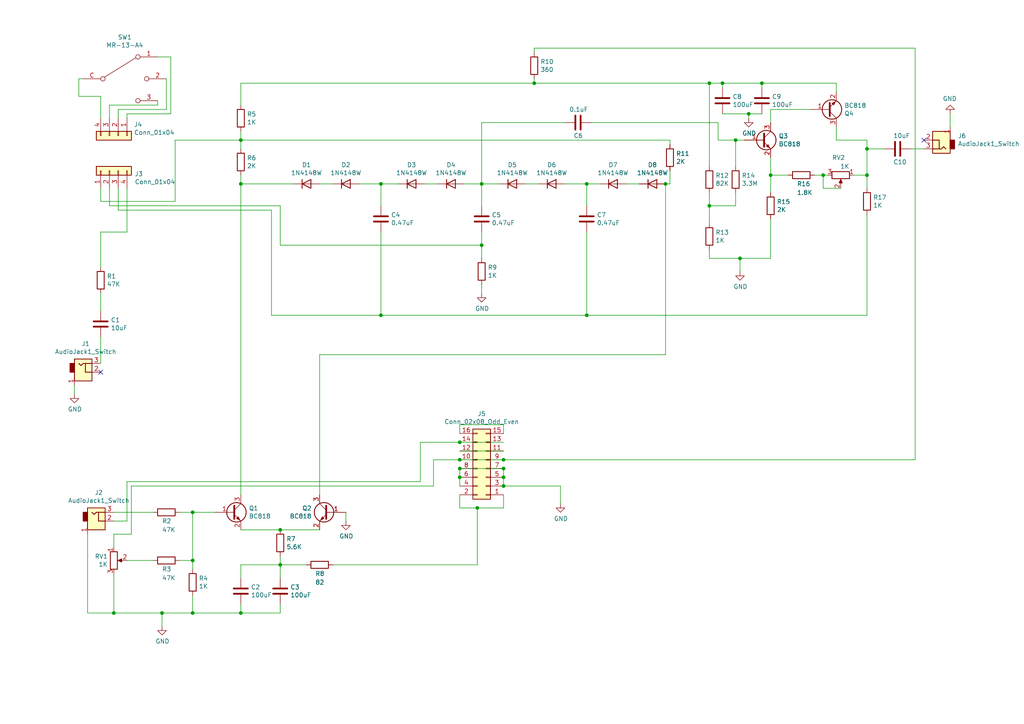
<source format=kicad_sch>
(kicad_sch (version 20211123) (generator eeschema)
  (paper "A4")
  (lib_symbols
    (symbol "Connector_Generic:Conn_01x04" (pin_names (offset 1.016) hide)
      (property "Reference" "J" (at 0 5.08 0))
      (property "Value" "Conn_01x04" (at 0 -7.62 0))
      (symbol "Conn_01x04_1_1"
        (rectangle (start -1.27 -4.953) (end 0 -5.207) (stroke (width 0.1524)))
        (rectangle (start -1.27 -2.413) (end 0 -2.667) (stroke (width 0.1524)))
        (rectangle (start -1.27 0.127) (end 0 -0.127) (stroke (width 0.1524)))
        (rectangle (start -1.27 2.667) (end 0 2.413) (stroke (width 0.1524)))
        (rectangle (start -1.27 3.81) (end 1.27 -6.35) (stroke (width 0.254)) (fill (type background)))
        (pin passive line (at -5.08 2.54 0) (length 3.81) (name "Pin_1") (number "1"))
        (pin passive line (at -5.08 0 0) (length 3.81) (name "Pin_2") (number "2"))
        (pin passive line (at -5.08 -2.54 0) (length 3.81) (name "Pin_3") (number "3"))
        (pin passive line (at -5.08 -5.08 0) (length 3.81) (name "Pin_4") (number "4"))
      )
    )
    (symbol "Connector_Generic:Conn_02x08_Odd_Even" (pin_names (offset 1.016) hide)
      (property "Reference" "J" (at 1.27 10.16 0))
      (property "Value" "Conn_02x08_Odd_Even" (at 1.27 -12.7 0))
      (symbol "Conn_02x08_Odd_Even_1_1"
        (rectangle (start -1.27 -10.033) (end 0 -10.287) (stroke (width 0.1524)))
        (rectangle (start -1.27 -7.493) (end 0 -7.747) (stroke (width 0.1524)))
        (rectangle (start -1.27 -4.953) (end 0 -5.207) (stroke (width 0.1524)))
        (rectangle (start -1.27 -2.413) (end 0 -2.667) (stroke (width 0.1524)))
        (rectangle (start -1.27 0.127) (end 0 -0.127) (stroke (width 0.1524)))
        (rectangle (start -1.27 2.667) (end 0 2.413) (stroke (width 0.1524)))
        (rectangle (start -1.27 5.207) (end 0 4.953) (stroke (width 0.1524)))
        (rectangle (start -1.27 7.747) (end 0 7.493) (stroke (width 0.1524)))
        (rectangle (start -1.27 8.89) (end 3.81 -11.43) (stroke (width 0.254)) (fill (type background)))
        (rectangle (start 3.81 -10.033) (end 2.54 -10.287) (stroke (width 0.1524)))
        (rectangle (start 3.81 -7.493) (end 2.54 -7.747) (stroke (width 0.1524)))
        (rectangle (start 3.81 -4.953) (end 2.54 -5.207) (stroke (width 0.1524)))
        (rectangle (start 3.81 -2.413) (end 2.54 -2.667) (stroke (width 0.1524)))
        (rectangle (start 3.81 0.127) (end 2.54 -0.127) (stroke (width 0.1524)))
        (rectangle (start 3.81 2.667) (end 2.54 2.413) (stroke (width 0.1524)))
        (rectangle (start 3.81 5.207) (end 2.54 4.953) (stroke (width 0.1524)))
        (rectangle (start 3.81 7.747) (end 2.54 7.493) (stroke (width 0.1524)))
        (pin passive line (at -5.08 7.62 0) (length 3.81) (name "Pin_1") (number "1"))
        (pin passive line (at 7.62 -2.54 180) (length 3.81) (name "Pin_10") (number "10"))
        (pin passive line (at -5.08 -5.08 0) (length 3.81) (name "Pin_11") (number "11"))
        (pin passive line (at 7.62 -5.08 180) (length 3.81) (name "Pin_12") (number "12"))
        (pin passive line (at -5.08 -7.62 0) (length 3.81) (name "Pin_13") (number "13"))
        (pin passive line (at 7.62 -7.62 180) (length 3.81) (name "Pin_14") (number "14"))
        (pin passive line (at -5.08 -10.16 0) (length 3.81) (name "Pin_15") (number "15"))
        (pin passive line (at 7.62 -10.16 180) (length 3.81) (name "Pin_16") (number "16"))
        (pin passive line (at 7.62 7.62 180) (length 3.81) (name "Pin_2") (number "2"))
        (pin passive line (at -5.08 5.08 0) (length 3.81) (name "Pin_3") (number "3"))
        (pin passive line (at 7.62 5.08 180) (length 3.81) (name "Pin_4") (number "4"))
        (pin passive line (at -5.08 2.54 0) (length 3.81) (name "Pin_5") (number "5"))
        (pin passive line (at 7.62 2.54 180) (length 3.81) (name "Pin_6") (number "6"))
        (pin passive line (at -5.08 0 0) (length 3.81) (name "Pin_7") (number "7"))
        (pin passive line (at 7.62 0 180) (length 3.81) (name "Pin_8") (number "8"))
        (pin passive line (at -5.08 -2.54 0) (length 3.81) (name "Pin_9") (number "9"))
      )
    )
    (symbol "Custom_Lib:AudioJack1_Switch"
      (property "Reference" "J" (at 0 8.89 0))
      (property "Value" "Custom_Lib_AudioJack1_Switch" (at 0 6.35 0))
      (symbol "AudioJack1_Switch_0_1"
        (rectangle (start -2.54 0) (end -3.81 2.54) (stroke (width 0.254)) (fill (type outline)))
        (polyline (pts (xy 0.635 2.54) (xy 0.635 0) (xy 2.54 0)) (stroke (width 0.254)))
        (polyline (pts (xy -1.27 2.54) (xy -0.635 1.905) (xy 0 2.54) (xy 2.54 2.54)) (stroke (width 0.254)))
        (rectangle (start 2.54 3.81) (end -2.54 -2.54) (stroke (width 0.254)) (fill (type background)))
      )
      (symbol "AudioJack1_Switch_1_1"
        (pin passive line (at -2.54 -3.81 90) (length 2.54) (name "~") (number "1"))
        (pin passive line (at 5.08 0 180) (length 2.54) (name "~") (number "2"))
        (pin passive line (at 5.08 2.54 180) (length 2.54) (name "~") (number "3"))
      )
    )
    (symbol "Custom_Lib:MR-13-A4" (pin_names (offset 1.016))
      (property "Reference" "SW" (at 0 6.35 0))
      (property "Value" "Custom_Lib_MR-13-A4" (at 0 -8.89 0))
      (symbol "MR-13-A4_0_1"
        (circle (center -5.715 0) (radius 0.635))
        (polyline (pts (xy -5.207 0.508) (xy 3.81 6.096)))
        (circle (center 4.445 -6.35) (radius 0.635))
        (circle (center 4.445 6.35) (radius 0.635))
        (circle (center 6.985 0) (radius 0.635))
      )
      (symbol "MR-13-A4_1_1"
        (pin passive line (at 10.16 6.35 180) (length 5.08) (name "~") (number "1"))
        (pin passive line (at 12.7 0 180) (length 5.08) (name "~") (number "2"))
        (pin passive line (at 10.16 -6.35 180) (length 5.08) (name "~") (number "3"))
        (pin passive line (at -11.43 0 0) (length 5.08) (name "~") (number "C"))
      )
    )
    (symbol "Device:C" (pin_numbers hide) (pin_names (offset 0.254))
      (property "Reference" "C" (at 0.635 2.54 0))
      (property "Value" "C" (at 0.635 -2.54 0))
      (symbol "C_0_1"
        (polyline (pts (xy -2.032 -0.762) (xy 2.032 -0.762)) (stroke (width 0.508)))
        (polyline (pts (xy -2.032 0.762) (xy 2.032 0.762)) (stroke (width 0.508)))
      )
      (symbol "C_1_1"
        (pin passive line (at 0 3.81 270) (length 2.794) (name "~") (number "1"))
        (pin passive line (at 0 -3.81 90) (length 2.794) (name "~") (number "2"))
      )
    )
    (symbol "Device:R" (pin_numbers hide) (pin_names (offset 0))
      (property "Reference" "R" (at 2.032 0 90))
      (property "Value" "R" (at 0 0 90))
      (symbol "R_0_1"
        (rectangle (start -1.016 -2.54) (end 1.016 2.54) (stroke (width 0.254)))
      )
      (symbol "R_1_1"
        (pin passive line (at 0 3.81 270) (length 1.27) (name "~") (number "1"))
        (pin passive line (at 0 -3.81 90) (length 1.27) (name "~") (number "2"))
      )
    )
    (symbol "Device:R_POT" (pin_names (offset 1.016) hide)
      (property "Reference" "RV" (at -4.445 0 90))
      (property "Value" "Device_R_POT" (at -2.54 0 90))
      (symbol "R_POT_0_1"
        (polyline (pts (xy 2.54 0) (xy 1.524 0)))
        (polyline (pts (xy 1.143 0) (xy 2.286 0.508) (xy 2.286 -0.508) (xy 1.143 0)) (fill (type outline)))
        (rectangle (start 1.016 2.54) (end -1.016 -2.54) (stroke (width 0.254)))
      )
      (symbol "R_POT_1_1"
        (pin passive line (at 0 3.81 270) (length 1.27) (name "1") (number "1"))
        (pin passive line (at 3.81 0 180) (length 1.27) (name "2") (number "2"))
        (pin passive line (at 0 -3.81 90) (length 1.27) (name "3") (number "3"))
      )
    )
    (symbol "Diode:1N4148W" (pin_numbers hide) (pin_names (offset 1.016) hide)
      (property "Reference" "D" (at 0 2.54 0))
      (property "Value" "1N4148W" (at 0 -2.54 0))
      (symbol "1N4148W_0_1"
        (polyline (pts (xy -1.27 1.27) (xy -1.27 -1.27)) (stroke (width 0.254)))
        (polyline (pts (xy 1.27 0) (xy -1.27 0)))
        (polyline (pts (xy 1.27 1.27) (xy 1.27 -1.27) (xy -1.27 0) (xy 1.27 1.27)) (stroke (width 0.254)))
      )
      (symbol "1N4148W_1_1"
        (pin passive line (at -3.81 0 0) (length 2.54) (name "K") (number "1"))
        (pin passive line (at 3.81 0 180) (length 2.54) (name "A") (number "2"))
      )
    )
    (symbol "Transistor_BJT:BC818" (pin_names (offset 0) hide)
      (property "Reference" "Q" (at 5.08 1.905 0))
      (property "Value" "BC818" (at 5.08 0 0))
      (symbol "BC818_0_1"
        (polyline (pts (xy 0.635 0.635) (xy 2.54 2.54)))
        (polyline (pts (xy 0.635 -0.635) (xy 2.54 -2.54) (xy 2.54 -2.54)))
        (polyline (pts (xy 0.635 1.905) (xy 0.635 -1.905) (xy 0.635 -1.905)) (stroke (width 0.508)))
        (polyline (pts (xy 1.27 -1.778) (xy 1.778 -1.27) (xy 2.286 -2.286) (xy 1.27 -1.778) (xy 1.27 -1.778)) (fill (type outline)))
        (circle (center 1.27 0) (radius 2.8194) (stroke (width 0.254)))
      )
      (symbol "BC818_1_1"
        (pin input line (at -5.08 0 0) (length 5.715) (name "B") (number "1"))
        (pin passive line (at 2.54 -5.08 90) (length 2.54) (name "E") (number "2"))
        (pin passive line (at 2.54 5.08 270) (length 2.54) (name "C") (number "3"))
      )
    )
    (symbol "power:GND" (power) (pin_names (offset 0))
      (property "Value" "GND" (at 0 -3.81 0))
      (symbol "GND_0_1"
        (polyline (pts (xy 0 0) (xy 0 -1.27) (xy 1.27 -1.27) (xy 0 -2.54) (xy -1.27 -1.27) (xy 0 -1.27)))
      )
      (symbol "GND_1_1"
        (pin power_in line (at 0 0 270) (length 0) hide (name "GND") (number "1"))
      )
    )
  )
  (junction (at 55.88 162.56))
  (junction (at 217.17 33.02))
  (junction (at 138.43 147.32))
  (junction (at 55.88 177.8))
  (junction (at 251.46 50.8))
  (junction (at 46.99 177.8))
  (junction (at 213.36 40.64))
  (junction (at 69.85 177.8))
  (junction (at 205.74 59.69))
  (junction (at 139.7 71.12))
  (junction (at 110.49 53.34))
  (junction (at 220.98 24.13))
  (junction (at 69.85 40.64))
  (junction (at 81.28 163.83))
  (junction (at 133.35 128.27))
  (junction (at 33.02 177.8))
  (junction (at 146.05 140.97))
  (junction (at 193.04 53.34))
  (junction (at 133.35 133.35))
  (junction (at 238.76 50.8))
  (junction (at 251.46 43.18))
  (junction (at 55.88 148.59))
  (junction (at 205.74 24.13))
  (junction (at 110.49 91.44))
  (junction (at 214.63 74.93))
  (junction (at 170.18 91.44))
  (junction (at 146.05 133.35))
  (junction (at 133.35 138.43))
  (junction (at 139.7 53.34))
  (junction (at 146.05 138.43))
  (junction (at 154.94 24.13))
  (junction (at 133.35 135.89))
  (junction (at 223.52 50.8))
  (junction (at 170.18 53.34))
  (junction (at 209.55 24.13))
  (junction (at 81.28 153.67))
  (junction (at 69.85 53.34))
  (junction (at 146.05 135.89))
  (no_connect (at 29.21 107.95))
  (no_connect (at 267.97 40.64))
  (wire (pts (xy 69.85 30.48) (xy 69.85 24.13)))
  (wire (pts (xy 205.74 59.69) (xy 205.74 64.77)))
  (wire (pts (xy 223.52 31.75) (xy 223.52 35.56)))
  (wire (pts (xy 88.9 163.83) (xy 81.28 163.83)))
  (wire (pts (xy 33.02 154.94) (xy 33.02 158.75)))
  (wire (pts (xy 133.35 123.19) (xy 146.05 123.19)))
  (wire (pts (xy 220.98 25.4) (xy 220.98 24.13)))
  (wire (pts (xy 146.05 133.35) (xy 265.43 133.35)))
  (wire (pts (xy 251.46 43.18) (xy 251.46 50.8)))
  (wire (pts (xy 243.84 54.61) (xy 238.76 54.61)))
  (wire (pts (xy 213.36 55.88) (xy 213.36 59.69)))
  (wire (pts (xy 208.28 40.64) (xy 213.36 40.64)))
  (wire (pts (xy 69.85 153.67) (xy 81.28 153.67)))
  (wire (pts (xy 238.76 50.8) (xy 240.03 50.8)))
  (wire (pts (xy 156.21 53.34) (xy 152.4 53.34)))
  (wire (pts (xy 69.85 50.8) (xy 69.85 53.34)))
  (wire (pts (xy 267.97 43.18) (xy 264.16 43.18)))
  (wire (pts (xy 220.98 33.02) (xy 217.17 33.02)))
  (wire (pts (xy 85.09 53.34) (xy 69.85 53.34)))
  (wire (pts (xy 134.62 53.34) (xy 139.7 53.34)))
  (wire (pts (xy 78.74 60.96) (xy 34.29 60.96)))
  (wire (pts (xy 81.28 163.83) (xy 81.28 167.64)))
  (wire (pts (xy 133.35 135.89) (xy 133.35 138.43)))
  (wire (pts (xy 139.7 71.12) (xy 139.7 74.93)))
  (wire (pts (xy 110.49 53.34) (xy 110.49 59.69)))
  (wire (pts (xy 29.21 77.47) (xy 29.21 67.31)))
  (wire (pts (xy 69.85 167.64) (xy 69.85 163.83)))
  (wire (pts (xy 55.88 165.1) (xy 55.88 162.56)))
  (wire (pts (xy 146.05 138.43) (xy 146.05 140.97)))
  (wire (pts (xy 22.86 27.94) (xy 22.86 22.86)))
  (wire (pts (xy 265.43 13.97) (xy 154.94 13.97)))
  (wire (pts (xy 100.33 148.59) (xy 100.33 151.13)))
  (wire (pts (xy 33.02 148.59) (xy 44.45 148.59)))
  (wire (pts (xy 69.85 163.83) (xy 81.28 163.83)))
  (wire (pts (xy 133.35 135.89) (xy 146.05 135.89)))
  (wire (pts (xy 247.65 50.8) (xy 251.46 50.8)))
  (wire (pts (xy 138.43 147.32) (xy 133.35 147.32)))
  (wire (pts (xy 55.88 177.8) (xy 55.88 172.72)))
  (wire (pts (xy 33.02 177.8) (xy 46.99 177.8)))
  (wire (pts (xy 138.43 163.83) (xy 138.43 147.32)))
  (wire (pts (xy 238.76 54.61) (xy 238.76 50.8)))
  (wire (pts (xy 125.73 133.35) (xy 125.73 140.97)))
  (wire (pts (xy 265.43 133.35) (xy 265.43 13.97)))
  (wire (pts (xy 242.57 40.64) (xy 251.46 40.64)))
  (wire (pts (xy 205.74 55.88) (xy 205.74 59.69)))
  (wire (pts (xy 163.83 53.34) (xy 170.18 53.34)))
  (wire (pts (xy 139.7 85.09) (xy 139.7 82.55)))
  (wire (pts (xy 29.21 34.29) (xy 29.21 27.94)))
  (wire (pts (xy 29.21 58.42) (xy 29.21 54.61)))
  (wire (pts (xy 217.17 33.02) (xy 217.17 34.29)))
  (wire (pts (xy 139.7 53.34) (xy 144.78 53.34)))
  (wire (pts (xy 236.22 50.8) (xy 238.76 50.8)))
  (wire (pts (xy 228.6 50.8) (xy 223.52 50.8)))
  (wire (pts (xy 133.35 133.35) (xy 125.73 133.35)))
  (wire (pts (xy 125.73 140.97) (xy 38.1 140.97)))
  (wire (pts (xy 146.05 140.97) (xy 162.56 140.97)))
  (wire (pts (xy 133.35 128.27) (xy 121.92 128.27)))
  (wire (pts (xy 55.88 162.56) (xy 55.88 148.59)))
  (wire (pts (xy 49.53 16.51) (xy 49.53 33.02)))
  (wire (pts (xy 146.05 143.51) (xy 146.05 147.32)))
  (wire (pts (xy 121.92 128.27) (xy 121.92 139.7)))
  (wire (pts (xy 92.71 53.34) (xy 96.52 53.34)))
  (wire (pts (xy 170.18 53.34) (xy 173.99 53.34)))
  (wire (pts (xy 31.75 30.48) (xy 31.75 34.29)))
  (wire (pts (xy 81.28 59.69) (xy 31.75 59.69)))
  (wire (pts (xy 251.46 91.44) (xy 170.18 91.44)))
  (wire (pts (xy 44.45 162.56) (xy 36.83 162.56)))
  (wire (pts (xy 96.52 163.83) (xy 138.43 163.83)))
  (wire (pts (xy 78.74 60.96) (xy 78.74 91.44)))
  (wire (pts (xy 209.55 33.02) (xy 217.17 33.02)))
  (wire (pts (xy 146.05 123.19) (xy 146.05 125.73)))
  (wire (pts (xy 38.1 140.97) (xy 38.1 154.94)))
  (wire (pts (xy 146.05 147.32) (xy 138.43 147.32)))
  (wire (pts (xy 69.85 40.64) (xy 50.8 40.64)))
  (wire (pts (xy 275.59 36.83) (xy 275.59 33.02)))
  (wire (pts (xy 45.72 30.48) (xy 31.75 30.48)))
  (wire (pts (xy 205.74 48.26) (xy 205.74 24.13)))
  (wire (pts (xy 104.14 53.34) (xy 110.49 53.34)))
  (wire (pts (xy 69.85 53.34) (xy 69.85 143.51)))
  (wire (pts (xy 133.35 138.43) (xy 133.35 140.97)))
  (wire (pts (xy 163.83 35.56) (xy 139.7 35.56)))
  (wire (pts (xy 251.46 50.8) (xy 251.46 54.61)))
  (wire (pts (xy 29.21 105.41) (xy 29.21 97.79)))
  (wire (pts (xy 81.28 175.26) (xy 81.28 177.8)))
  (wire (pts (xy 162.56 140.97) (xy 162.56 146.05)))
  (wire (pts (xy 139.7 59.69) (xy 139.7 53.34)))
  (wire (pts (xy 133.35 125.73) (xy 133.35 123.19)))
  (wire (pts (xy 194.31 49.53) (xy 194.31 53.34)))
  (wire (pts (xy 146.05 128.27) (xy 133.35 128.27)))
  (wire (pts (xy 214.63 78.74) (xy 214.63 74.93)))
  (wire (pts (xy 81.28 59.69) (xy 81.28 71.12)))
  (wire (pts (xy 52.07 148.59) (xy 55.88 148.59)))
  (wire (pts (xy 36.83 67.31) (xy 36.83 54.61)))
  (wire (pts (xy 92.71 153.67) (xy 81.28 153.67)))
  (wire (pts (xy 21.59 111.76) (xy 21.59 114.3)))
  (wire (pts (xy 121.92 139.7) (xy 36.83 139.7)))
  (wire (pts (xy 223.52 45.72) (xy 223.52 50.8)))
  (wire (pts (xy 46.99 177.8) (xy 46.99 181.61)))
  (wire (pts (xy 133.35 133.35) (xy 146.05 133.35)))
  (wire (pts (xy 154.94 22.86) (xy 154.94 24.13)))
  (wire (pts (xy 48.26 22.86) (xy 48.26 31.75)))
  (wire (pts (xy 22.86 22.86) (xy 24.13 22.86)))
  (wire (pts (xy 194.31 53.34) (xy 193.04 53.34)))
  (wire (pts (xy 52.07 162.56) (xy 55.88 162.56)))
  (wire (pts (xy 25.4 154.94) (xy 25.4 177.8)))
  (wire (pts (xy 45.72 16.51) (xy 49.53 16.51)))
  (wire (pts (xy 213.36 59.69) (xy 205.74 59.69)))
  (wire (pts (xy 50.8 58.42) (xy 29.21 58.42)))
  (wire (pts (xy 81.28 177.8) (xy 69.85 177.8)))
  (wire (pts (xy 205.74 74.93) (xy 214.63 74.93)))
  (wire (pts (xy 33.02 166.37) (xy 33.02 177.8)))
  (wire (pts (xy 36.83 139.7) (xy 36.83 151.13)))
  (wire (pts (xy 34.29 31.75) (xy 34.29 34.29)))
  (wire (pts (xy 69.85 38.1) (xy 69.85 40.64)))
  (wire (pts (xy 110.49 67.31) (xy 110.49 91.44)))
  (wire (pts (xy 34.29 60.96) (xy 34.29 54.61)))
  (wire (pts (xy 205.74 72.39) (xy 205.74 74.93)))
  (wire (pts (xy 69.85 24.13) (xy 154.94 24.13)))
  (wire (pts (xy 194.31 41.91) (xy 194.31 40.64)))
  (wire (pts (xy 46.99 177.8) (xy 55.88 177.8)))
  (wire (pts (xy 36.83 151.13) (xy 33.02 151.13)))
  (wire (pts (xy 123.19 53.34) (xy 127 53.34)))
  (wire (pts (xy 242.57 36.83) (xy 242.57 40.64)))
  (wire (pts (xy 69.85 177.8) (xy 55.88 177.8)))
  (wire (pts (xy 146.05 135.89) (xy 146.05 138.43)))
  (wire (pts (xy 49.53 33.02) (xy 36.83 33.02)))
  (wire (pts (xy 208.28 35.56) (xy 208.28 40.64)))
  (wire (pts (xy 213.36 40.64) (xy 215.9 40.64)))
  (wire (pts (xy 45.72 29.21) (xy 45.72 30.48)))
  (wire (pts (xy 234.95 31.75) (xy 223.52 31.75)))
  (wire (pts (xy 256.54 43.18) (xy 251.46 43.18)))
  (wire (pts (xy 251.46 62.23) (xy 251.46 91.44)))
  (wire (pts (xy 48.26 31.75) (xy 34.29 31.75)))
  (wire (pts (xy 29.21 27.94) (xy 22.86 27.94)))
  (wire (pts (xy 92.71 143.51) (xy 92.71 102.87)))
  (wire (pts (xy 223.52 50.8) (xy 223.52 55.88)))
  (wire (pts (xy 31.75 59.69) (xy 31.75 54.61)))
  (wire (pts (xy 154.94 24.13) (xy 205.74 24.13)))
  (wire (pts (xy 133.35 147.32) (xy 133.35 143.51)))
  (wire (pts (xy 50.8 40.64) (xy 50.8 58.42)))
  (wire (pts (xy 38.1 154.94) (xy 33.02 154.94)))
  (wire (pts (xy 69.85 175.26) (xy 69.85 177.8)))
  (wire (pts (xy 133.35 130.81) (xy 146.05 130.81)))
  (wire (pts (xy 209.55 24.13) (xy 220.98 24.13)))
  (wire (pts (xy 251.46 40.64) (xy 251.46 43.18)))
  (wire (pts (xy 55.88 148.59) (xy 62.23 148.59)))
  (wire (pts (xy 29.21 90.17) (xy 29.21 85.09)))
  (wire (pts (xy 25.4 177.8) (xy 33.02 177.8)))
  (wire (pts (xy 139.7 67.31) (xy 139.7 71.12)))
  (wire (pts (xy 209.55 25.4) (xy 209.55 24.13)))
  (wire (pts (xy 139.7 35.56) (xy 139.7 53.34)))
  (wire (pts (xy 69.85 40.64) (xy 69.85 43.18)))
  (wire (pts (xy 78.74 91.44) (xy 110.49 91.44)))
  (wire (pts (xy 110.49 91.44) (xy 170.18 91.44)))
  (wire (pts (xy 213.36 48.26) (xy 213.36 40.64)))
  (wire (pts (xy 185.42 53.34) (xy 181.61 53.34)))
  (wire (pts (xy 194.31 40.64) (xy 69.85 40.64)))
  (wire (pts (xy 220.98 24.13) (xy 242.57 24.13)))
  (wire (pts (xy 242.57 24.13) (xy 242.57 26.67)))
  (wire (pts (xy 214.63 74.93) (xy 223.52 74.93)))
  (wire (pts (xy 36.83 33.02) (xy 36.83 34.29)))
  (wire (pts (xy 29.21 67.31) (xy 36.83 67.31)))
  (wire (pts (xy 81.28 71.12) (xy 139.7 71.12)))
  (wire (pts (xy 205.74 24.13) (xy 209.55 24.13)))
  (wire (pts (xy 110.49 53.34) (xy 115.57 53.34)))
  (wire (pts (xy 170.18 91.44) (xy 170.18 67.31)))
  (wire (pts (xy 92.71 102.87) (xy 193.04 102.87)))
  (wire (pts (xy 171.45 35.56) (xy 208.28 35.56)))
  (wire (pts (xy 154.94 13.97) (xy 154.94 15.24)))
  (wire (pts (xy 170.18 59.69) (xy 170.18 53.34)))
  (wire (pts (xy 81.28 161.29) (xy 81.28 163.83)))
  (wire (pts (xy 223.52 74.93) (xy 223.52 63.5)))
  (wire (pts (xy 193.04 102.87) (xy 193.04 53.34)))
  (symbol (lib_id "Transistor_BJT:BC818") (at 220.98 40.64 0) (unit 1)
    (property "Reference" "Q3" (at 225.8314 39.4716 0) (effects (justify left)))
    (property "Value" "BC818" (at 225.8314 41.783 0) (effects (justify left)))
    (property "Footprint" "TO_SOT_Packages_SMD:SOT-23" (effects hide))
    (property "Datasheet" "https://www.fairchildsemi.com/datasheets/BC/BC818.pdf" (effects hide))
  )
  (symbol (lib_id "Transistor_BJT:BC818") (at 67.31 148.59 0) (unit 1)
    (property "Reference" "Q1" (at 72.1614 147.4216 0) (effects (justify left)))
    (property "Value" "BC818" (at 72.1614 149.733 0) (effects (justify left)))
    (property "Footprint" "TO_SOT_Packages_SMD:SOT-23" (effects hide))
    (property "Datasheet" "https://www.fairchildsemi.com/datasheets/BC/BC818.pdf" (effects hide))
  )
  (symbol (lib_id "Transistor_BJT:BC818") (at 240.03 31.75 0) (mirror x) (unit 1)
    (property "Reference" "Q4" (at 244.8814 32.9184 0) (effects (justify left)))
    (property "Value" "BC818" (at 244.8814 30.607 0) (effects (justify left)))
    (property "Footprint" "TO_SOT_Packages_SMD:SOT-23" (effects hide))
    (property "Datasheet" "https://www.fairchildsemi.com/datasheets/BC/BC818.pdf" (effects hide))
  )
  (symbol (lib_id "Transistor_BJT:BC818") (at 95.25 148.59 0) (mirror y) (unit 1)
    (property "Reference" "Q2" (at 90.3986 147.4216 0) (effects (justify left)))
    (property "Value" "BC818" (at 90.3986 149.733 0) (effects (justify left)))
    (property "Footprint" "TO_SOT_Packages_SMD:SOT-23" (effects hide))
    (property "Datasheet" "https://www.fairchildsemi.com/datasheets/BC/BC818.pdf" (effects hide))
  )
  (symbol (lib_id "Diode:1N4148W") (at 148.59 53.34 0) (unit 1)
    (property "Reference" "D5" (at 148.59 47.8282 0))
    (property "Value" "1N4148W" (at 148.59 50.1396 0))
    (property "Footprint" "Diodes_SMD:D_SOD-123" (effects hide))
    (property "Datasheet" "https://www.vishay.com/docs/85748/1n4148w.pdf" (effects hide))
  )
  (symbol (lib_id "Diode:1N4148W") (at 177.8 53.34 0) (unit 1)
    (property "Reference" "D7" (at 177.8 47.8282 0))
    (property "Value" "1N4148W" (at 177.8 50.1396 0))
    (property "Footprint" "Diodes_SMD:D_SOD-123" (effects hide))
    (property "Datasheet" "https://www.vishay.com/docs/85748/1n4148w.pdf" (effects hide))
  )
  (symbol (lib_id "Diode:1N4148W") (at 119.38 53.34 0) (unit 1)
    (property "Reference" "D3" (at 119.38 47.8282 0))
    (property "Value" "1N4148W" (at 119.38 50.1396 0))
    (property "Footprint" "Diodes_SMD:D_SOD-123" (effects hide))
    (property "Datasheet" "https://www.vishay.com/docs/85748/1n4148w.pdf" (effects hide))
  )
  (symbol (lib_id "Diode:1N4148W") (at 88.9 53.34 0) (unit 1)
    (property "Reference" "D1" (at 88.9 47.8282 0))
    (property "Value" "1N4148W" (at 88.9 50.1396 0))
    (property "Footprint" "Diodes_SMD:D_SOD-123" (effects hide))
    (property "Datasheet" "https://www.vishay.com/docs/85748/1n4148w.pdf" (effects hide))
  )
  (symbol (lib_id "Diode:1N4148W") (at 189.23 53.34 0) (unit 1)
    (property "Reference" "D8" (at 189.23 47.8282 0))
    (property "Value" "1N4148W" (at 189.23 50.1396 0))
    (property "Footprint" "Diodes_SMD:D_SOD-123" (effects hide))
    (property "Datasheet" "https://www.vishay.com/docs/85748/1n4148w.pdf" (effects hide))
  )
  (symbol (lib_id "Diode:1N4148W") (at 160.02 53.34 0) (unit 1)
    (property "Reference" "D6" (at 160.02 47.8282 0))
    (property "Value" "1N4148W" (at 160.02 50.1396 0))
    (property "Footprint" "Diodes_SMD:D_SOD-123" (effects hide))
    (property "Datasheet" "https://www.vishay.com/docs/85748/1n4148w.pdf" (effects hide))
  )
  (symbol (lib_id "Diode:1N4148W") (at 130.81 53.34 0) (unit 1)
    (property "Reference" "D4" (at 130.81 47.8282 0))
    (property "Value" "1N4148W" (at 130.81 50.1396 0))
    (property "Footprint" "Diodes_SMD:D_SOD-123" (effects hide))
    (property "Datasheet" "https://www.vishay.com/docs/85748/1n4148w.pdf" (effects hide))
  )
  (symbol (lib_id "Diode:1N4148W") (at 100.33 53.34 0) (unit 1)
    (property "Reference" "D2" (at 100.33 47.8282 0))
    (property "Value" "1N4148W" (at 100.33 50.1396 0))
    (property "Footprint" "Diodes_SMD:D_SOD-123" (effects hide))
    (property "Datasheet" "https://www.vishay.com/docs/85748/1n4148w.pdf" (effects hide))
  )
  (symbol (lib_id "Device:R_POT") (at 33.02 162.56 0) (unit 1)
    (property "Reference" "RV1" (at 31.2674 161.3916 0) (effects (justify right)))
    (property "Value" "1K" (at 31.2674 163.703 0) (effects (justify right)))
    (property "Footprint" "Potentiometers:Potentiometer_Bourns_PTV09A-2_Vertical" (effects hide))
  )
  (symbol (lib_id "Device:R_POT") (at 243.84 50.8 270) (unit 1)
    (property "Reference" "RV2" (at 245.11 45.72 90) (effects (justify right)))
    (property "Value" "1K" (at 246.38 48.26 90) (effects (justify right)))
    (property "Footprint" "Potentiometers:Potentiometer_Bourns_PTV09A-2_Vertical" (effects hide))
  )
  (symbol (lib_id "Device:C") (at 29.21 93.98 0) (unit 1)
    (property "Reference" "C1" (at 32.131 92.8116 0) (effects (justify left)))
    (property "Value" "10uF" (at 32.131 95.123 0) (effects (justify left)))
    (property "Footprint" "Capacitors_SMD:C_1210_HandSoldering" (effects hide))
  )
  (symbol (lib_id "Device:C") (at 81.28 171.45 0) (unit 1)
    (property "Reference" "C3" (at 84.201 170.2816 0) (effects (justify left)))
    (property "Value" "100uF" (at 84.201 172.593 0) (effects (justify left)))
    (property "Footprint" "Capacitors_SMD:C_1210_HandSoldering" (effects hide))
  )
  (symbol (lib_id "Device:C") (at 110.49 63.5 0) (unit 1)
    (property "Reference" "C4" (at 113.411 62.3316 0) (effects (justify left)))
    (property "Value" "0.47uF" (at 113.411 64.643 0) (effects (justify left)))
    (property "Footprint" "Capacitors_SMD:C_1210_HandSoldering" (effects hide))
  )
  (symbol (lib_id "Device:C") (at 139.7 63.5 0) (unit 1)
    (property "Reference" "C5" (at 142.621 62.3316 0) (effects (justify left)))
    (property "Value" "0.47uF" (at 142.621 64.643 0) (effects (justify left)))
    (property "Footprint" "Capacitors_SMD:C_1210_HandSoldering" (effects hide))
  )
  (symbol (lib_id "Device:C") (at 170.18 63.5 0) (unit 1)
    (property "Reference" "C7" (at 173.101 62.3316 0) (effects (justify left)))
    (property "Value" "0.47uF" (at 173.101 64.643 0) (effects (justify left)))
    (property "Footprint" "Capacitors_SMD:C_1210_HandSoldering" (effects hide))
  )
  (symbol (lib_id "Device:C") (at 167.64 35.56 270) (unit 1)
    (property "Reference" "C6" (at 166.37 39.37 90) (effects (justify left)))
    (property "Value" "0.1uF" (at 165.1 31.75 90) (effects (justify left)))
    (property "Footprint" "Capacitors_SMD:C_1210_HandSoldering" (effects hide))
  )
  (symbol (lib_id "Device:C") (at 209.55 29.21 0) (unit 1)
    (property "Reference" "C8" (at 212.471 28.0416 0) (effects (justify left)))
    (property "Value" "100uF" (at 212.471 30.353 0) (effects (justify left)))
    (property "Footprint" "Capacitors_SMD:C_1210_HandSoldering" (effects hide))
  )
  (symbol (lib_id "Device:R") (at 29.21 81.28 0) (unit 1)
    (property "Reference" "R1" (at 30.988 80.1116 0) (effects (justify left)))
    (property "Value" "47K" (at 30.988 82.423 0) (effects (justify left)))
    (property "Footprint" "Resistors_SMD:R_1210_HandSoldering" (effects hide))
  )
  (symbol (lib_id "Device:R") (at 139.7 78.74 0) (unit 1)
    (property "Reference" "R9" (at 141.478 77.5716 0) (effects (justify left)))
    (property "Value" "1K" (at 141.478 79.883 0) (effects (justify left)))
    (property "Footprint" "Resistors_SMD:R_1210_HandSoldering" (effects hide))
  )
  (symbol (lib_id "Device:R") (at 69.85 34.29 0) (unit 1)
    (property "Reference" "R5" (at 71.628 33.1216 0) (effects (justify left)))
    (property "Value" "1K" (at 71.628 35.433 0) (effects (justify left)))
    (property "Footprint" "Resistors_SMD:R_1210_HandSoldering" (effects hide))
  )
  (symbol (lib_id "Device:R") (at 194.31 45.72 0) (unit 1)
    (property "Reference" "R11" (at 196.088 44.5516 0) (effects (justify left)))
    (property "Value" "2K" (at 196.088 46.863 0) (effects (justify left)))
    (property "Footprint" "Resistors_SMD:R_1210_HandSoldering" (effects hide))
  )
  (symbol (lib_id "Device:R") (at 205.74 52.07 0) (unit 1)
    (property "Reference" "R12" (at 207.518 50.9016 0) (effects (justify left)))
    (property "Value" "82K" (at 207.518 53.213 0) (effects (justify left)))
    (property "Footprint" "Resistors_SMD:R_1210_HandSoldering" (effects hide))
  )
  (symbol (lib_id "Device:R") (at 81.28 157.48 0) (unit 1)
    (property "Reference" "R7" (at 83.058 156.3116 0) (effects (justify left)))
    (property "Value" "5.6K" (at 83.058 158.623 0) (effects (justify left)))
    (property "Footprint" "Resistors_SMD:R_1210_HandSoldering" (effects hide))
  )
  (symbol (lib_id "Device:R") (at 92.71 163.83 270) (unit 1)
    (property "Reference" "R8" (at 91.44 166.37 90) (effects (justify left)))
    (property "Value" "82" (at 91.44 168.91 90) (effects (justify left)))
    (property "Footprint" "Resistors_SMD:R_1210_HandSoldering" (effects hide))
  )
  (symbol (lib_id "Device:R") (at 69.85 46.99 0) (unit 1)
    (property "Reference" "R6" (at 71.628 45.8216 0) (effects (justify left)))
    (property "Value" "2K" (at 71.628 48.133 0) (effects (justify left)))
    (property "Footprint" "Resistors_SMD:R_1210_HandSoldering" (effects hide))
  )
  (symbol (lib_id "Device:R") (at 154.94 19.05 0) (unit 1)
    (property "Reference" "R10" (at 156.718 17.8816 0) (effects (justify left)))
    (property "Value" "360" (at 156.718 20.193 0) (effects (justify left)))
    (property "Footprint" "Resistors_SMD:R_1210_HandSoldering" (effects hide))
  )
  (symbol (lib_id "Device:R") (at 223.52 59.69 0) (unit 1)
    (property "Reference" "R15" (at 225.298 58.5216 0) (effects (justify left)))
    (property "Value" "2K" (at 225.298 60.833 0) (effects (justify left)))
    (property "Footprint" "Resistors_SMD:R_1210_HandSoldering" (effects hide))
  )
  (symbol (lib_id "Device:R") (at 213.36 52.07 0) (unit 1)
    (property "Reference" "R14" (at 215.138 50.9016 0) (effects (justify left)))
    (property "Value" "3.3M" (at 215.138 53.213 0) (effects (justify left)))
    (property "Footprint" "Resistors_SMD:R_1210_HandSoldering" (effects hide))
  )
  (symbol (lib_id "Device:R") (at 205.74 68.58 0) (unit 1)
    (property "Reference" "R13" (at 207.518 67.4116 0) (effects (justify left)))
    (property "Value" "1K" (at 207.518 69.723 0) (effects (justify left)))
    (property "Footprint" "Resistors_SMD:R_1210_HandSoldering" (effects hide))
  )
  (symbol (lib_id "Connector_Generic:Conn_01x04") (at 31.75 49.53 90) (unit 1)
    (property "Reference" "J3" (at 39.0652 50.4444 90) (effects (justify right)))
    (property "Value" "Conn_01x04" (at 39.0652 52.7558 90) (effects (justify right)))
    (property "Footprint" "Pin_Headers:Pin_Header_Straight_1x04_Pitch2.54mm" (effects hide))
  )
  (symbol (lib_id "Connector_Generic:Conn_01x04") (at 34.29 39.37 270) (unit 1)
    (property "Reference" "J4" (at 38.862 36.1188 90) (effects (justify left)))
    (property "Value" "Conn_01x04" (at 38.862 38.4302 90) (effects (justify left)))
    (property "Footprint" "Pin_Headers:Pin_Header_Straight_1x04_Pitch2.54mm" (effects hide))
  )
  (symbol (lib_id "Custom_Lib:MR-13-A4") (at 35.56 22.86 0) (unit 1)
    (property "Reference" "SW1" (at 36.195 10.795 0))
    (property "Value" "MR-13-A4" (at 36.195 13.1064 0))
    (property "Footprint" "Custom_Library:MR-13-A4" (effects hide))
  )
  (symbol (lib_id "Custom_Lib:AudioJack1_Switch") (at 24.13 107.95 0) (unit 1)
    (property "Reference" "J1" (at 24.8412 99.695 0))
    (property "Value" "AudioJack1_Switch" (at 24.8412 102.0064 0))
    (property "Footprint" "Custom_Library:Mono_Jack_3.5mm_Switch_Switchcraft_35RAPC2AH3" (effects hide))
  )
  (symbol (lib_id "Custom_Lib:AudioJack1_Switch") (at 273.05 40.64 180) (unit 1)
    (property "Reference" "J6" (at 277.8252 39.3954 0) (effects (justify right)))
    (property "Value" "AudioJack1_Switch" (at 277.8252 41.7068 0) (effects (justify right)))
    (property "Footprint" "Custom_Library:Mono_Jack_3.5mm_Switch_Switchcraft_35RAPC2AH3" (effects hide))
  )
  (symbol (lib_id "Custom_Lib:AudioJack1_Switch") (at 27.94 151.13 0) (unit 1)
    (property "Reference" "J2" (at 28.6512 142.875 0))
    (property "Value" "AudioJack1_Switch" (at 28.6512 145.1864 0))
    (property "Footprint" "Custom_Library:Mono_Jack_3.5mm_Switch_Switchcraft_35RAPC2AH3" (effects hide))
  )
  (symbol (lib_id "Device:R") (at 48.26 162.56 270) (unit 1)
    (property "Reference" "R3" (at 46.99 165.1 90) (effects (justify left)))
    (property "Value" "47K" (at 46.99 167.64 90) (effects (justify left)))
    (property "Footprint" "Resistors_SMD:R_1210_HandSoldering" (effects hide))
  )
  (symbol (lib_id "Device:R") (at 55.88 168.91 0) (unit 1)
    (property "Reference" "R4" (at 57.658 167.7416 0) (effects (justify left)))
    (property "Value" "1K" (at 57.658 170.053 0) (effects (justify left)))
    (property "Footprint" "Resistors_SMD:R_1210_HandSoldering" (effects hide))
  )
  (symbol (lib_id "Device:R") (at 48.26 148.59 270) (unit 1)
    (property "Reference" "R2" (at 46.99 151.13 90) (effects (justify left)))
    (property "Value" "47K" (at 46.99 153.67 90) (effects (justify left)))
    (property "Footprint" "Resistors_SMD:R_1210_HandSoldering" (effects hide))
  )
  (symbol (lib_id "power:GND") (at 139.7 85.09 0) (unit 1)
    (property "Reference" "#PWR04" (effects hide))
    (property "Value" "GND" (at 139.827 89.4842 0))
  )
  (symbol (lib_id "power:GND") (at 46.99 181.61 0) (unit 1)
    (property "Reference" "#PWR02" (effects hide))
    (property "Value" "GND" (at 47.117 186.0042 0))
  )
  (symbol (lib_id "power:GND") (at 21.59 114.3 0) (unit 1)
    (property "Reference" "#PWR01" (effects hide))
    (property "Value" "GND" (at 21.717 118.6942 0))
  )
  (symbol (lib_id "power:GND") (at 100.33 151.13 0) (unit 1)
    (property "Reference" "#PWR03" (effects hide))
    (property "Value" "GND" (at 100.457 155.5242 0))
  )
  (symbol (lib_id "power:GND") (at 217.17 34.29 0) (unit 1)
    (property "Reference" "#PWR07" (effects hide))
    (property "Value" "GND" (at 217.297 38.6842 0))
  )
  (symbol (lib_id "Device:R") (at 251.46 58.42 0) (unit 1)
    (property "Reference" "R17" (at 253.238 57.2516 0) (effects (justify left)))
    (property "Value" "1K" (at 253.238 59.563 0) (effects (justify left)))
    (property "Footprint" "Resistors_SMD:R_1210_HandSoldering" (effects hide))
  )
  (symbol (lib_id "Device:R") (at 232.41 50.8 270) (unit 1)
    (property "Reference" "R16" (at 231.14 53.34 90) (effects (justify left)))
    (property "Value" "1.8K" (at 231.14 55.88 90) (effects (justify left)))
    (property "Footprint" "Resistors_SMD:R_1210_HandSoldering" (effects hide))
  )
  (symbol (lib_id "Device:C") (at 260.35 43.18 270) (unit 1)
    (property "Reference" "C10" (at 259.08 46.99 90) (effects (justify left)))
    (property "Value" "10uF" (at 259.08 39.37 90) (effects (justify left)))
    (property "Footprint" "Capacitors_SMD:C_1210_HandSoldering" (effects hide))
  )
  (symbol (lib_id "power:GND") (at 214.63 78.74 0) (unit 1)
    (property "Reference" "#PWR06" (effects hide))
    (property "Value" "GND" (at 214.757 83.1342 0))
  )
  (symbol (lib_id "power:GND") (at 275.59 33.02 180) (unit 1)
    (property "Reference" "#PWR08" (effects hide))
    (property "Value" "GND" (at 275.463 28.6258 0))
  )
  (symbol (lib_id "Connector_Generic:Conn_02x08_Odd_Even") (at 140.97 135.89 180) (unit 1)
    (property "Reference" "J5" (at 139.7 120.015 0))
    (property "Value" "Conn_02x08_Odd_Even" (at 139.7 122.3264 0))
    (property "Footprint" "Pin_Headers:Pin_Header_Straight_2x08_Pitch2.54mm" (effects hide))
  )
  (symbol (lib_id "power:GND") (at 162.56 146.05 0) (unit 1)
    (property "Reference" "#PWR05" (effects hide))
    (property "Value" "GND" (at 162.687 150.4442 0))
  )
  (symbol (lib_id "Device:C") (at 220.98 29.21 0) (unit 1)
    (property "Reference" "C9" (at 223.901 28.0416 0) (effects (justify left)))
    (property "Value" "100uF" (at 223.901 30.353 0) (effects (justify left)))
    (property "Footprint" "Capacitors_SMD:C_1210_HandSoldering" (effects hide))
  )
  (symbol (lib_id "Device:C") (at 69.85 171.45 0) (unit 1)
    (property "Reference" "C2" (at 72.771 170.2816 0) (effects (justify left)))
    (property "Value" "100uF" (at 72.771 172.593 0) (effects (justify left)))
    (property "Footprint" "Capacitors_SMD:C_1210_HandSoldering" (effects hide))
  )
)
</source>
